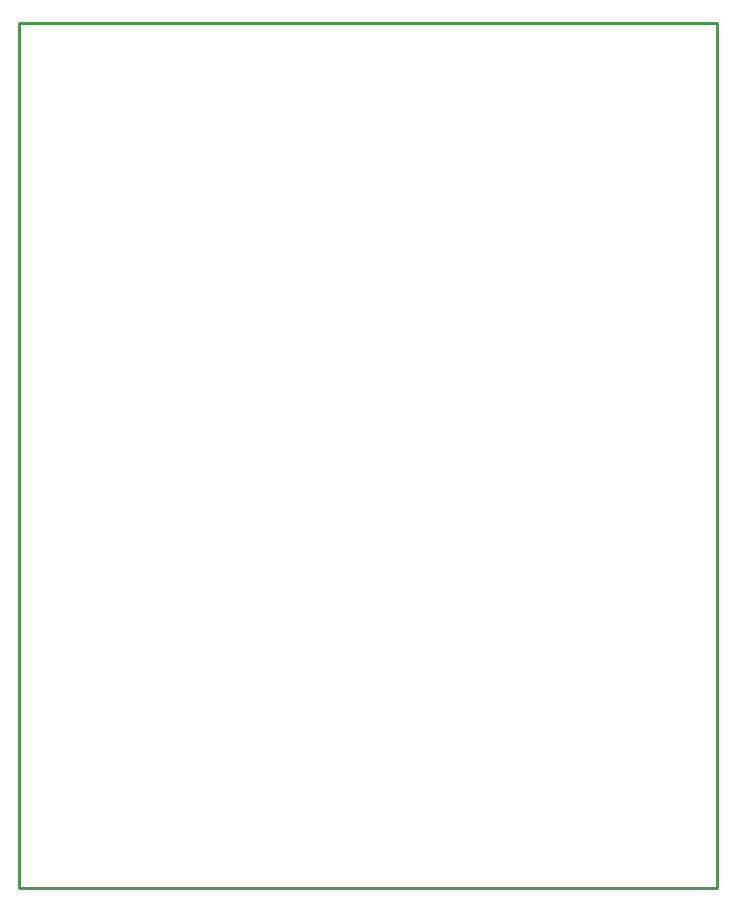
<source format=gko>
G04 Layer: BoardOutlineLayer*
G04 EasyEDA v6.5.42, 2024-04-26 10:31:32*
G04 9f6459e1cdc04d20a695041d627ca585,394a4af37713441991a7fd952f151f2e,10*
G04 Gerber Generator version 0.2*
G04 Scale: 100 percent, Rotated: No, Reflected: No *
G04 Dimensions in millimeters *
G04 leading zeros omitted , absolute positions ,4 integer and 5 decimal *
%FSLAX45Y45*%
%MOMM*%

%ADD10C,0.2540*%
D10*
X601997Y9067782D02*
G01*
X6515087Y9067782D01*
X6515087Y1744995D01*
X601997Y1744995D01*
X601997Y9067782D01*

%LPD*%
M02*

</source>
